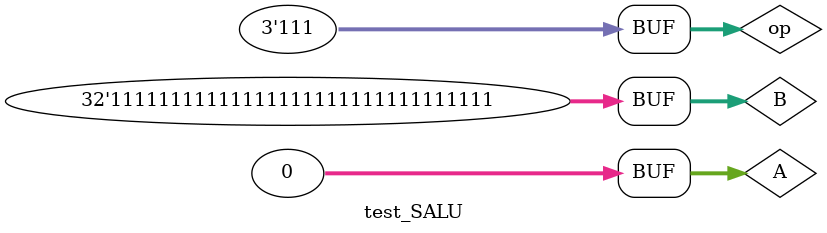
<source format=v>
`timescale 1ns / 1ps


module test_SALU;

	// Inputs
	reg [31:0] A;
	reg [31:0] B;
	reg [2:0] op;

	// Outputs
	wire [31:0] C;
	wire zero;
	wire [31:0] result1;
	wire [1:0] S;

	// Instantiate the Unit Under Test (UUT)
	ALUSCPU uut (
		.A(A), 
		.B(B), 
		.op(op), 
		.C(C), 
		.zero(zero), 
		.result1(result1), 
		.S(S)
	);

	initial begin
		// Initialize Inputs
		// Initialize Inputs
		A = 0;
		B = 32'hffffffff;
		op = 3'b111;

		// Wait 100 ns for global reset to finish
        
		// Add stimulus here

	end
      
endmodule


</source>
